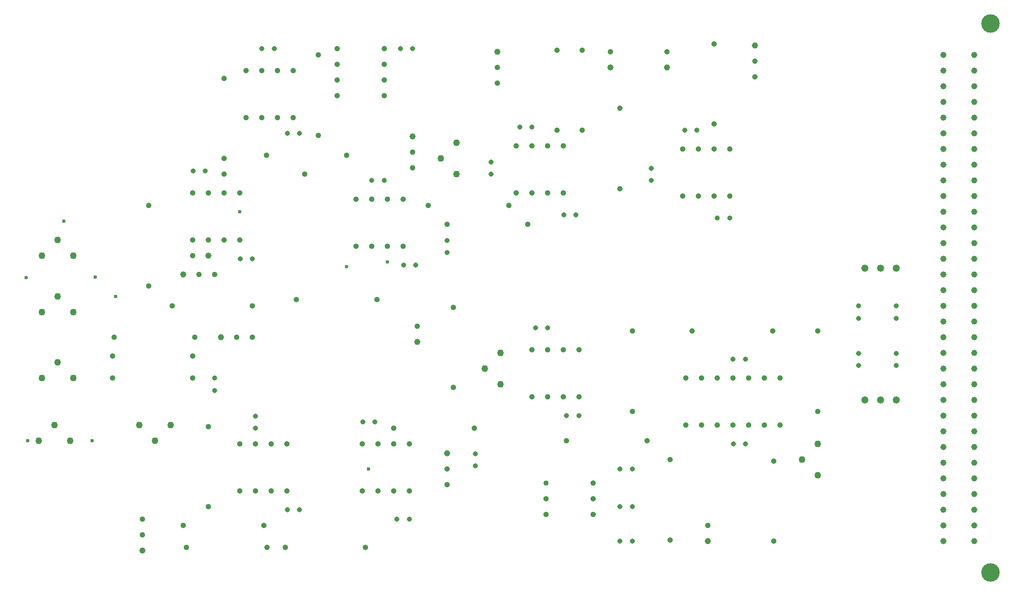
<source format=gbr>
G04 Generated by Ultiboard 10.0 *
%FSLAX25Y25*%
%MOIN*%

%ADD11C,0.02362*%
%ADD16C,0.03150*%
%ADD17C,0.03543*%
%ADD15C,0.04333*%
%ADD13C,0.03500*%
%ADD18C,0.03917*%
%ADD44C,0.03333*%
%ADD20C,0.03937*%
%ADD12C,0.11811*%
%ADD19C,0.04667*%


G04 ColorRGB 000000 for the following layer *
%LNBohrung-Copper Top-Copper Bottom*%
%LPD*%
%FSLAX25Y25*%
%MOIN*%
G54D11*
X140000Y252000D03*
X5000Y106000D03*
X46000Y106000D03*
X61000Y198000D03*
X28000Y246000D03*
X4000Y210000D03*
X48000Y210500D03*
X222000Y88000D03*
X208000Y217000D03*
X234000Y220000D03*
X356000Y122063D03*
X431000Y303957D03*
G54D16*
X348000Y122000D03*
X355874Y122000D03*
X247874Y56000D03*
X240000Y56000D03*
X250000Y356000D03*
X242126Y356000D03*
X252000Y218000D03*
X244126Y218000D03*
X124000Y138126D03*
X124000Y146000D03*
X218126Y118000D03*
X226000Y118000D03*
X150000Y121874D03*
X150000Y114000D03*
X170126Y62000D03*
X178000Y62000D03*
X140126Y222000D03*
X148000Y222000D03*
X110126Y278000D03*
X118000Y278000D03*
X170126Y302000D03*
X178000Y302000D03*
X154000Y356000D03*
X161874Y356000D03*
X231874Y272000D03*
X224000Y272000D03*
X346126Y250000D03*
X354000Y250000D03*
X444000Y248000D03*
X451874Y248000D03*
X389874Y42000D03*
X382000Y42000D03*
X382000Y88000D03*
X389874Y88000D03*
X382000Y64000D03*
X389874Y64000D03*
X290000Y90000D03*
X290000Y97874D03*
X272000Y233874D03*
X272000Y226000D03*
X328126Y178000D03*
X336000Y178000D03*
X454126Y104000D03*
X462000Y104000D03*
X461874Y158000D03*
X454000Y158000D03*
X318126Y306000D03*
X326000Y306000D03*
X300000Y283874D03*
X300000Y276000D03*
X402000Y279874D03*
X402000Y272000D03*
X423213Y304000D03*
X431087Y304000D03*
X558000Y154000D03*
X558000Y161874D03*
X558000Y184126D03*
X558000Y192000D03*
X534000Y184126D03*
X534000Y192000D03*
X534000Y154000D03*
X534000Y161874D03*
G54D17*
X508000Y124819D03*
X508000Y176000D03*
X238000Y114000D03*
X289181Y114000D03*
X82000Y204819D03*
X82000Y256000D03*
X104000Y52000D03*
X155181Y52000D03*
X106000Y38000D03*
X157181Y38000D03*
X96819Y192000D03*
X148000Y192000D03*
X120000Y64000D03*
X120000Y115181D03*
X58819Y146000D03*
X110000Y146000D03*
X58819Y160000D03*
X110000Y160000D03*
X60000Y172000D03*
X111181Y172000D03*
X168819Y38000D03*
X220000Y38000D03*
X176000Y196000D03*
X227181Y196000D03*
X130000Y286000D03*
X130000Y337181D03*
X156819Y288000D03*
X208000Y288000D03*
X190000Y300819D03*
X190000Y352000D03*
X130000Y276000D03*
X181181Y276000D03*
X260000Y256000D03*
X311181Y256000D03*
X348000Y106000D03*
X399181Y106000D03*
X272000Y244000D03*
X323181Y244000D03*
X276000Y191181D03*
X276000Y140000D03*
X390000Y124819D03*
X390000Y176000D03*
X414000Y42819D03*
X414000Y94000D03*
X480000Y42000D03*
X480000Y93181D03*
X428000Y176000D03*
X479181Y176000D03*
X382000Y318000D03*
X382000Y266819D03*
X342000Y304000D03*
X342000Y355181D03*
X358000Y304000D03*
X358000Y355181D03*
X442000Y308000D03*
X442000Y359181D03*
G54D15*
X508000Y84000D03*
X508000Y104000D03*
X498000Y94000D03*
X96000Y116000D03*
X76000Y116000D03*
X86000Y106000D03*
X32000Y106000D03*
X12000Y106000D03*
X22000Y116000D03*
X34000Y188000D03*
X14000Y188000D03*
X24000Y198000D03*
X34000Y146000D03*
X24000Y156000D03*
X14000Y146000D03*
X34000Y224000D03*
X14000Y224000D03*
X24000Y234000D03*
X306000Y162000D03*
X296000Y152000D03*
X306000Y142000D03*
X268000Y286000D03*
X278000Y276000D03*
X278000Y296000D03*
G54D13*
X218000Y74000D03*
X218000Y104000D03*
X238000Y74000D03*
X228000Y74000D03*
X248000Y74000D03*
X238000Y104000D03*
X228000Y104000D03*
X248000Y104000D03*
X252916Y179084D03*
X250000Y280000D03*
X250000Y290000D03*
X214000Y230000D03*
X234000Y230000D03*
X224000Y230000D03*
X244000Y230000D03*
X214000Y260000D03*
X234000Y260000D03*
X224000Y260000D03*
X244000Y260000D03*
X110000Y234000D03*
X120000Y234000D03*
X140000Y234000D03*
X130000Y234000D03*
X110000Y264000D03*
X120000Y264000D03*
X140000Y264000D03*
X130000Y264000D03*
X110000Y224000D03*
X138000Y172000D03*
X148000Y172000D03*
X124000Y212000D03*
X114000Y212000D03*
X78000Y56000D03*
X78000Y46000D03*
X160000Y74000D03*
X160000Y104000D03*
X140000Y74000D03*
X150000Y74000D03*
X140000Y104000D03*
X150000Y104000D03*
X170000Y74000D03*
X170000Y104000D03*
X144000Y312000D03*
X154000Y312000D03*
X174000Y312000D03*
X164000Y312000D03*
X144000Y342000D03*
X154000Y342000D03*
X174000Y342000D03*
X164000Y342000D03*
X202000Y346000D03*
X202000Y326000D03*
X202000Y336000D03*
X202000Y356000D03*
X232000Y346000D03*
X232000Y326000D03*
X232000Y336000D03*
X232000Y356000D03*
X346000Y164000D03*
X346000Y134000D03*
X326000Y134000D03*
X336000Y134000D03*
X326000Y164000D03*
X336000Y164000D03*
X356000Y134000D03*
X356000Y164000D03*
X272000Y78000D03*
X272000Y88000D03*
X334807Y59193D03*
X364807Y59193D03*
X334807Y69193D03*
X364807Y79193D03*
X364807Y69193D03*
X444000Y116000D03*
X424000Y116000D03*
X434000Y116000D03*
X474000Y116000D03*
X454000Y116000D03*
X464000Y116000D03*
X484000Y116000D03*
X444000Y146000D03*
X424000Y146000D03*
X434000Y146000D03*
X474000Y146000D03*
X454000Y146000D03*
X464000Y146000D03*
X484000Y146000D03*
X438000Y52000D03*
X376000Y354000D03*
X316000Y264000D03*
X316000Y294000D03*
X346000Y264000D03*
X346000Y294000D03*
X326000Y264000D03*
X336000Y264000D03*
X326000Y294000D03*
X336000Y294000D03*
X304000Y344000D03*
X304000Y334000D03*
X442000Y262000D03*
X442000Y292000D03*
X422000Y262000D03*
X432000Y262000D03*
X422000Y292000D03*
X432000Y292000D03*
X452000Y262000D03*
X452000Y292000D03*
X412000Y354000D03*
X468000Y347989D03*
X468000Y337989D03*
G54D18*
X252916Y169084D03*
X250000Y300000D03*
X120000Y224000D03*
X128000Y172000D03*
X104000Y212000D03*
X78000Y36000D03*
X272000Y98000D03*
X438000Y42000D03*
X376000Y344000D03*
X304000Y354000D03*
X412000Y344000D03*
X468000Y357989D03*
G54D44*
X334807Y79193D03*
G54D20*
X588000Y252000D03*
X607685Y252000D03*
X588000Y122000D03*
X607685Y122000D03*
X588000Y62000D03*
X607685Y62000D03*
X588000Y42000D03*
X588000Y52000D03*
X607685Y42000D03*
X607685Y52000D03*
X588000Y92000D03*
X588000Y82000D03*
X588000Y72000D03*
X588000Y112000D03*
X588000Y102000D03*
X607685Y92000D03*
X607685Y82000D03*
X607685Y72000D03*
X607685Y112000D03*
X607685Y102000D03*
X588000Y192000D03*
X607685Y192000D03*
X588000Y162000D03*
X588000Y142000D03*
X588000Y132000D03*
X588000Y152000D03*
X588000Y172000D03*
X588000Y182000D03*
X607685Y162000D03*
X607685Y142000D03*
X607685Y132000D03*
X607685Y152000D03*
X607685Y172000D03*
X607685Y182000D03*
X588000Y222000D03*
X588000Y202000D03*
X588000Y212000D03*
X588000Y232000D03*
X588000Y242000D03*
X607685Y222000D03*
X607685Y202000D03*
X607685Y212000D03*
X607685Y232000D03*
X607685Y242000D03*
X588000Y312000D03*
X607685Y312000D03*
X588000Y282000D03*
X588000Y272000D03*
X588000Y262000D03*
X588000Y302000D03*
X588000Y292000D03*
X607685Y282000D03*
X607685Y272000D03*
X607685Y262000D03*
X607685Y302000D03*
X607685Y292000D03*
X588000Y342000D03*
X588000Y332000D03*
X588000Y322000D03*
X588000Y352000D03*
X607685Y342000D03*
X607685Y332000D03*
X607685Y322000D03*
X607685Y352000D03*
G54D12*
X618000Y22000D03*
X618000Y372000D03*
G54D19*
X538000Y132000D03*
X548000Y132000D03*
X558000Y132000D03*
X538000Y216000D03*
X548000Y216000D03*
X558000Y216000D03*

M00*

</source>
